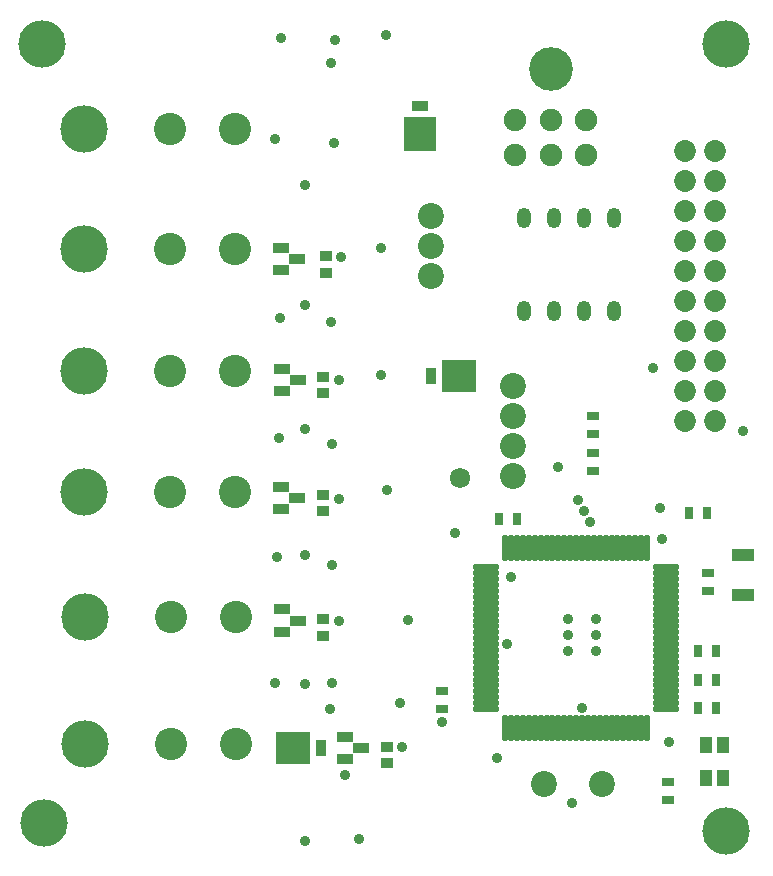
<source format=gts>
G04*
G04 #@! TF.GenerationSoftware,Altium Limited,Altium Designer,18.1.6 (161)*
G04*
G04 Layer_Color=8388736*
%FSLAX44Y44*%
%MOMM*%
G71*
G01*
G75*
%ADD18R,1.4500X0.8500*%
%ADD19R,1.4700X0.9620*%
%ADD20R,2.7400X2.8670*%
%ADD21R,0.9620X1.4700*%
%ADD22R,2.8700X2.7400*%
%ADD23R,1.1000X0.9000*%
%ADD24R,1.0000X0.7000*%
%ADD25R,0.7000X1.0000*%
%ADD26R,1.9000X1.0000*%
%ADD27O,0.5000X2.3000*%
%ADD28O,2.3000X0.5000*%
%ADD29R,1.1000X1.4000*%
%ADD30R,2.8670X2.7400*%
%ADD31C,1.7240*%
%ADD32C,4.0100*%
%ADD33C,2.7400*%
%ADD34C,2.2000*%
%ADD35C,1.8510*%
%ADD36C,1.9000*%
%ADD37C,3.7000*%
%ADD38O,1.2160X1.7240*%
%ADD39C,0.9000*%
D18*
X665715Y200375D02*
D03*
Y181375D02*
D03*
X679215Y190875D02*
D03*
X611358Y614673D02*
D03*
Y595673D02*
D03*
X624858Y605173D02*
D03*
X612097Y512200D02*
D03*
Y493200D02*
D03*
X625597Y502700D02*
D03*
X626163Y298857D02*
D03*
X612663Y289357D02*
D03*
Y308357D02*
D03*
X625442Y402689D02*
D03*
X611942Y393189D02*
D03*
Y412189D02*
D03*
D19*
X729428Y734650D02*
D03*
D20*
Y711154D02*
D03*
D21*
X645482Y190875D02*
D03*
X738543Y506146D02*
D03*
D22*
X621987Y190875D02*
D03*
D23*
X649729Y593275D02*
D03*
Y607276D02*
D03*
X646913Y505529D02*
D03*
Y491529D02*
D03*
X647029Y405372D02*
D03*
Y391372D02*
D03*
X701583Y192050D02*
D03*
Y178050D02*
D03*
X647442Y299946D02*
D03*
Y285946D02*
D03*
D24*
X747994Y223997D02*
D03*
Y238997D02*
D03*
X939201Y146958D02*
D03*
Y161957D02*
D03*
X972832Y323997D02*
D03*
Y338997D02*
D03*
X875320Y471711D02*
D03*
Y456711D02*
D03*
Y440448D02*
D03*
Y425448D02*
D03*
D25*
X957322Y390260D02*
D03*
X972322D02*
D03*
X796387Y384725D02*
D03*
X811387D02*
D03*
X964659Y224641D02*
D03*
X979659D02*
D03*
X964659Y248844D02*
D03*
X979659D02*
D03*
X964659Y273046D02*
D03*
X979659D02*
D03*
D26*
X1003048Y320218D02*
D03*
Y354218D02*
D03*
D27*
X801405Y207949D02*
D03*
X806405D02*
D03*
X811405D02*
D03*
X816405D02*
D03*
X821405D02*
D03*
X826405D02*
D03*
X831405D02*
D03*
X836405D02*
D03*
X841405D02*
D03*
X846405D02*
D03*
X851405D02*
D03*
X856405D02*
D03*
X861405D02*
D03*
X866405D02*
D03*
X871405D02*
D03*
X876405D02*
D03*
X881405D02*
D03*
X886405D02*
D03*
X891405D02*
D03*
X896405D02*
D03*
X901405D02*
D03*
X906405D02*
D03*
X911405D02*
D03*
X916405D02*
D03*
X921405D02*
D03*
Y359949D02*
D03*
X916405D02*
D03*
X911405D02*
D03*
X906405D02*
D03*
X901405D02*
D03*
X896405D02*
D03*
X891405D02*
D03*
X886405D02*
D03*
X881405D02*
D03*
X876405D02*
D03*
X871405D02*
D03*
X866405D02*
D03*
X861405D02*
D03*
X856405D02*
D03*
X851405D02*
D03*
X846405D02*
D03*
X841405D02*
D03*
X836405D02*
D03*
X831405D02*
D03*
X826405D02*
D03*
X821405D02*
D03*
X816405D02*
D03*
X811405D02*
D03*
X806405D02*
D03*
X801405D02*
D03*
D28*
X937405Y223949D02*
D03*
Y228949D02*
D03*
Y233949D02*
D03*
Y238949D02*
D03*
Y243949D02*
D03*
Y248949D02*
D03*
Y253949D02*
D03*
Y258949D02*
D03*
Y263949D02*
D03*
Y268949D02*
D03*
Y273949D02*
D03*
Y278949D02*
D03*
Y283949D02*
D03*
Y288949D02*
D03*
Y293949D02*
D03*
Y298949D02*
D03*
Y303949D02*
D03*
Y308949D02*
D03*
Y313949D02*
D03*
Y318949D02*
D03*
Y323949D02*
D03*
Y328949D02*
D03*
Y333949D02*
D03*
Y338949D02*
D03*
Y343949D02*
D03*
X785405D02*
D03*
Y338949D02*
D03*
Y333949D02*
D03*
Y328949D02*
D03*
Y323949D02*
D03*
Y318949D02*
D03*
Y313949D02*
D03*
Y308949D02*
D03*
Y303949D02*
D03*
Y298949D02*
D03*
Y293949D02*
D03*
Y288949D02*
D03*
Y283949D02*
D03*
Y278949D02*
D03*
Y273949D02*
D03*
Y268949D02*
D03*
Y263949D02*
D03*
Y258949D02*
D03*
Y253949D02*
D03*
Y248949D02*
D03*
Y243949D02*
D03*
Y238949D02*
D03*
Y233949D02*
D03*
Y228949D02*
D03*
Y223949D02*
D03*
D29*
X985897Y193534D02*
D03*
Y165534D02*
D03*
X971397Y193534D02*
D03*
Y165534D02*
D03*
D30*
X762038Y506146D02*
D03*
D31*
X762824Y419446D02*
D03*
D32*
X444695Y509884D02*
D03*
X444812Y407981D02*
D03*
X988510Y120377D02*
D03*
X411095Y127276D02*
D03*
X988137Y786850D02*
D03*
X409279Y786833D02*
D03*
X444695Y714767D02*
D03*
Y613115D02*
D03*
X445616Y302034D02*
D03*
X445734Y194214D02*
D03*
D33*
X517593Y509884D02*
D03*
X572711D02*
D03*
X572828Y407981D02*
D03*
X517710D02*
D03*
X517593Y714767D02*
D03*
X572711D02*
D03*
X517593Y613115D02*
D03*
X572711D02*
D03*
X518515Y302034D02*
D03*
X573633D02*
D03*
X518632Y194214D02*
D03*
X573750D02*
D03*
D34*
X834518Y160823D02*
D03*
X883318D02*
D03*
X807850Y471750D02*
D03*
Y497150D02*
D03*
Y446350D02*
D03*
Y420950D02*
D03*
X738567Y590442D02*
D03*
Y615842D02*
D03*
Y641242D02*
D03*
D35*
X979056Y696697D02*
D03*
X953656D02*
D03*
Y671297D02*
D03*
X979056D02*
D03*
Y620497D02*
D03*
X953656D02*
D03*
Y645897D02*
D03*
X979056D02*
D03*
Y544297D02*
D03*
X953656D02*
D03*
Y518897D02*
D03*
X979056D02*
D03*
Y569697D02*
D03*
X953656D02*
D03*
Y595097D02*
D03*
X979056D02*
D03*
Y468097D02*
D03*
X953656D02*
D03*
Y493497D02*
D03*
X979056D02*
D03*
D36*
X809851Y692683D02*
D03*
X839851D02*
D03*
X869851D02*
D03*
Y722683D02*
D03*
X809851D02*
D03*
X839851D02*
D03*
D37*
Y765883D02*
D03*
D38*
X893510Y639761D02*
D03*
X817310D02*
D03*
X893510Y561021D02*
D03*
X817310D02*
D03*
X868110D02*
D03*
X842710D02*
D03*
Y639761D02*
D03*
X868110D02*
D03*
D39*
X654718Y448801D02*
D03*
X934539Y368296D02*
D03*
X932504Y394203D02*
D03*
X653931Y771386D02*
D03*
X700155Y794806D02*
D03*
X657033Y790569D02*
D03*
X611591Y792160D02*
D03*
X677351Y114397D02*
D03*
X654547Y245672D02*
D03*
X606475Y246288D02*
D03*
X655117Y346291D02*
D03*
X607976Y353015D02*
D03*
X609803Y453894D02*
D03*
X610729Y555301D02*
D03*
X654255Y551597D02*
D03*
X632092Y667646D02*
D03*
X606162Y707004D02*
D03*
X794405Y182710D02*
D03*
X858324Y144747D02*
D03*
X939885Y196342D02*
D03*
X845814Y429258D02*
D03*
X758650Y373243D02*
D03*
X695886Y614578D02*
D03*
X662705Y607122D02*
D03*
X652643Y223847D02*
D03*
X665715Y168304D02*
D03*
X660379Y502484D02*
D03*
X631845Y566159D02*
D03*
X695886Y506646D02*
D03*
X631972Y354218D02*
D03*
X660431Y401960D02*
D03*
X660734Y298857D02*
D03*
X713786Y192050D02*
D03*
X701438Y409445D02*
D03*
X718914Y299369D02*
D03*
X631679Y460713D02*
D03*
X656170Y703300D02*
D03*
X631679Y245628D02*
D03*
Y112217D02*
D03*
X878489Y273235D02*
D03*
Y286535D02*
D03*
Y299835D02*
D03*
X854249Y273235D02*
D03*
Y286535D02*
D03*
Y299835D02*
D03*
X867992Y391693D02*
D03*
X872934Y382088D02*
D03*
X1003048Y459382D02*
D03*
X747994Y213015D02*
D03*
X866405Y224819D02*
D03*
X803000Y278949D02*
D03*
X806271Y335846D02*
D03*
X926664Y512611D02*
D03*
X863049Y401299D02*
D03*
X712256Y229405D02*
D03*
M02*

</source>
